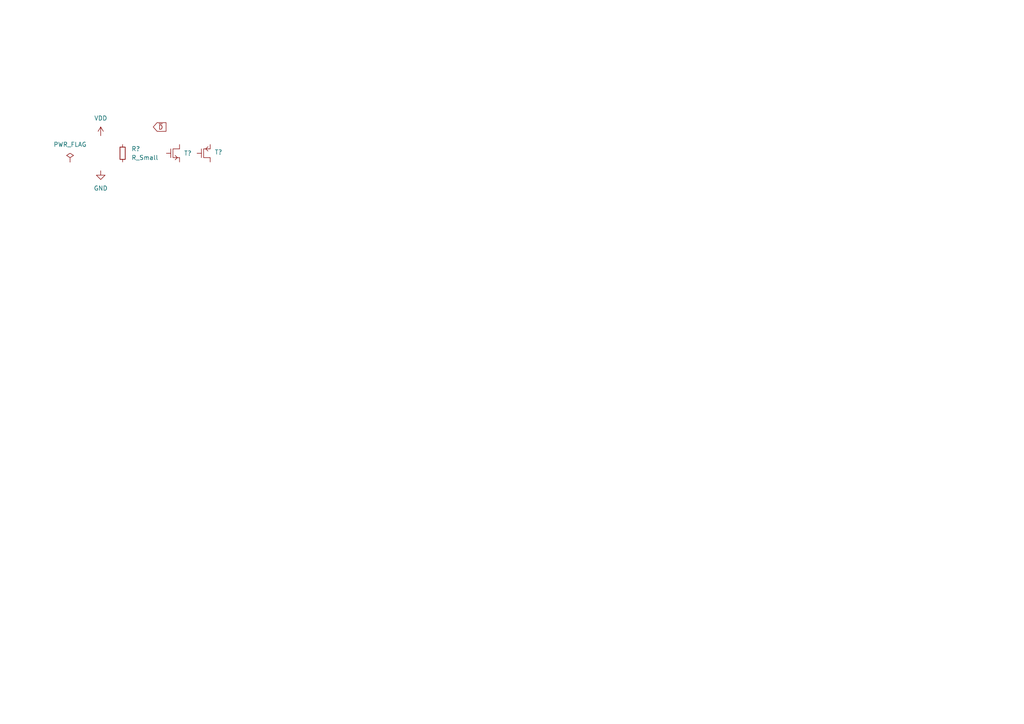
<source format=kicad_sch>
(kicad_sch (version 20230121) (generator eeschema)
  (paper "A4")
  (lib_symbols
    (symbol "Custom:NMOS" (pin_numbers hide) (pin_names hide)
      (property "Reference" "T" (at 1.27 0 0))
      (symbol "NMOS_0_1"
        (polyline (pts (xy -3.81 0) (xy -3.81 0)))
        (polyline (pts (xy -2.54 1.27) (xy -2.54 -1.27)))
        (polyline (pts (xy -1.27 -0.635) (xy -0.635 -1.27)))
        (polyline (pts (xy -0.635 -1.27) (xy -1.27 -1.905)))
        (polyline (pts (xy 0 1.905) (xy 0 1.905)))
        (polyline (pts (xy 0 1.27) (xy -1.905 1.27) (xy -1.905 -1.27) (xy 0 -1.27)))
      )
      (symbol "NMOS_1_1"
        (pin input line (at -3.81 0 0) (length 1.27) (name "G") (number "1"))
        (pin passive line (at 0 2.54 270) (length 1.27) (name "D") (number "2"))
        (pin passive line (at 0 -2.54 90) (length 1.27) (name "S") (number "3"))
      )
    )
    (symbol "Custom:PMOS" (pin_numbers hide) (pin_names hide)
      (property "Reference" "T" (at 2.54 0 0))
      (symbol "PMOS_0_1"
        (polyline (pts (xy -2.54 0) (xy -2.54 0)))
        (polyline (pts (xy -1.905 0) (xy -1.905 0)))
        (polyline (pts (xy -1.27 1.27) (xy -1.27 -1.27)))
        (polyline (pts (xy 0 1.27) (xy 0.635 0.635)))
        (polyline (pts (xy 0.635 1.905) (xy 0 1.27)))
        (polyline (pts (xy 1.27 1.905) (xy 1.27 1.905)))
        (polyline (pts (xy 1.27 1.905) (xy 1.27 1.905)))
        (polyline (pts (xy 1.27 1.27) (xy -0.635 1.27) (xy -0.635 -1.27) (xy 1.27 -1.27)))
      )
      (symbol "PMOS_1_1"
        (pin input line (at -2.54 0 0) (length 1.27) (name "G") (number "1"))
        (pin passive line (at 1.27 2.54 270) (length 1.27) (name "S") (number "2"))
        (pin passive line (at 1.27 -2.54 90) (length 1.27) (name "D") (number "3"))
      )
    )
    (symbol "Device:R_Small" (pin_numbers hide) (pin_names (offset 0.254) hide)
      (property "Reference" "R" (at 0.762 0.508 0))
      (property "Value" "R_Small" (at 0.762 -1.016 0))
      (symbol "R_Small_0_1"
        (rectangle (start -0.762 1.778) (end 0.762 -1.778) (stroke (width 0.2032)))
      )
      (symbol "R_Small_1_1"
        (pin passive line (at 0 2.54 270) (length 0.762) (name "~") (number "1"))
        (pin passive line (at 0 -2.54 90) (length 0.762) (name "~") (number "2"))
      )
    )
    (symbol "power:GND" (power) (pin_names (offset 0))
      (property "Value" "GND" (at 0 -3.81 0))
      (symbol "GND_0_1"
        (polyline (pts (xy 0 0) (xy 0 -1.27) (xy 1.27 -1.27) (xy 0 -2.54) (xy -1.27 -1.27) (xy 0 -1.27)))
      )
      (symbol "GND_1_1"
        (pin power_in line (at 0 0 270) (length 0) hide (name "GND") (number "1"))
      )
    )
    (symbol "power:PWR_FLAG" (power) (pin_numbers hide) (pin_names (offset 0) hide)
      (property "Value" "PWR_FLAG" (at 0 3.81 0))
      (symbol "PWR_FLAG_0_0"
        (pin power_out line (at 0 0 90) (length 0) (name "pwr") (number "1"))
      )
      (symbol "PWR_FLAG_0_1"
        (polyline (pts (xy 0 0) (xy 0 1.27) (xy -1.016 1.905) (xy 0 2.54) (xy 1.016 1.905) (xy 0 1.27)))
      )
    )
    (symbol "power:VDD" (power) (pin_names (offset 0))
      (property "Value" "VDD" (at 0 3.81 0))
      (symbol "VDD_0_1"
        (polyline (pts (xy -0.762 1.27) (xy 0 2.54)))
        (polyline (pts (xy 0 0) (xy 0 2.54)))
        (polyline (pts (xy 0 2.54) (xy 0.762 1.27)))
      )
      (symbol "VDD_1_1"
        (pin power_in line (at 0 0 90) (length 0) hide (name "VDD") (number "1"))
      )
    )
  )
  (global_label "~{D}" (shape input) (at 44.45 36.83 0) (property "Intersheetrefs" "${INTERSHEET_REFS}" (effects hide)))
  (symbol (lib_id "Custom:PMOS") (at 59.69 44.45 0) (unit 1)
    (property "Reference" "T?" (at 62.23 44.1325 0) (effects (justify left)))
  )
  (symbol (lib_id "power:VDD") (at 29.21 39.37 0) (unit 1)
    (property "Reference" "#PWR?" (effects hide))
    (property "Value" "VDD" (at 29.21 34.29 0))
  )
  (symbol (lib_id "power:GND") (at 29.21 49.53 0) (unit 1)
    (property "Reference" "#PWR?" (effects hide))
    (property "Value" "GND" (at 29.21 54.61 0))
  )
  (symbol (lib_id "Custom:NMOS") (at 52.07 44.45 0) (unit 1)
    (property "Reference" "T?" (at 53.34 44.45 0) (effects (justify left)))
  )
  (symbol (lib_id "Device:R_Small") (at 35.56 44.45 0) (unit 1)
    (property "Reference" "R?" (at 38.1 43.18 0) (effects (justify left)))
    (property "Value" "R_Small" (at 38.1 45.72 0) (effects (justify left)))
  )
  (symbol (lib_id "power:PWR_FLAG") (at 20.32 46.99 0) (unit 1)
    (property "Reference" "#FLG?" (effects hide))
    (property "Value" "PWR_FLAG" (at 20.32 41.91 0))
  )
)
</source>
